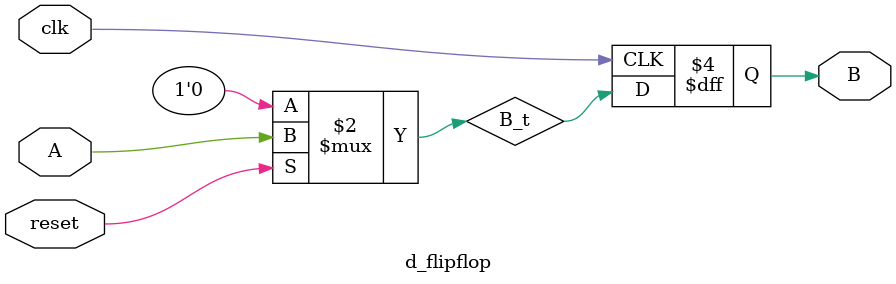
<source format=v>
`timescale 1ns / 1ps
module d_flipflop(A,B,reset,clk);

output reg B;		//output declaration

input A,reset,clk;		//input declaration
wire B_t;

assign B_t = (reset==1'b1) ?A :1'b0;


always@(posedge clk)		//this block will work when the clock is at posedge
begin
	B <= B_t;
end
endmodule		//body of code ends here

</source>
